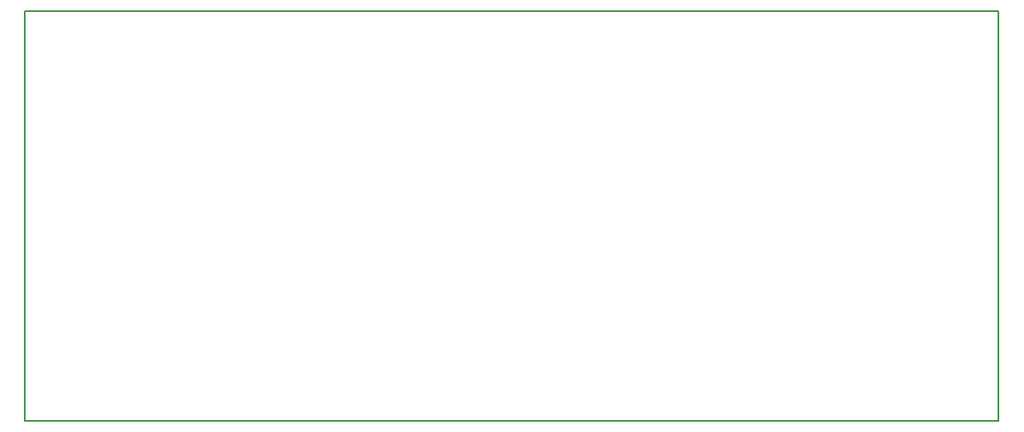
<source format=gbr>
G04 #@! TF.GenerationSoftware,KiCad,Pcbnew,(5.0.0)*
G04 #@! TF.CreationDate,2018-09-29T19:01:10+02:00*
G04 #@! TF.ProjectId,16db attenuator,3136646220617474656E7561746F722E,rev?*
G04 #@! TF.SameCoordinates,Original*
G04 #@! TF.FileFunction,Profile,NP*
%FSLAX46Y46*%
G04 Gerber Fmt 4.6, Leading zero omitted, Abs format (unit mm)*
G04 Created by KiCad (PCBNEW (5.0.0)) date 09/29/18 19:01:10*
%MOMM*%
%LPD*%
G01*
G04 APERTURE LIST*
%ADD10C,0.150000*%
G04 APERTURE END LIST*
D10*
X105410000Y-82550000D02*
X105410000Y-123190000D01*
X201930000Y-123190000D02*
X105410000Y-123190000D01*
X201930000Y-82550000D02*
X201930000Y-123190000D01*
X105410000Y-82550000D02*
X201930000Y-82550000D01*
M02*

</source>
